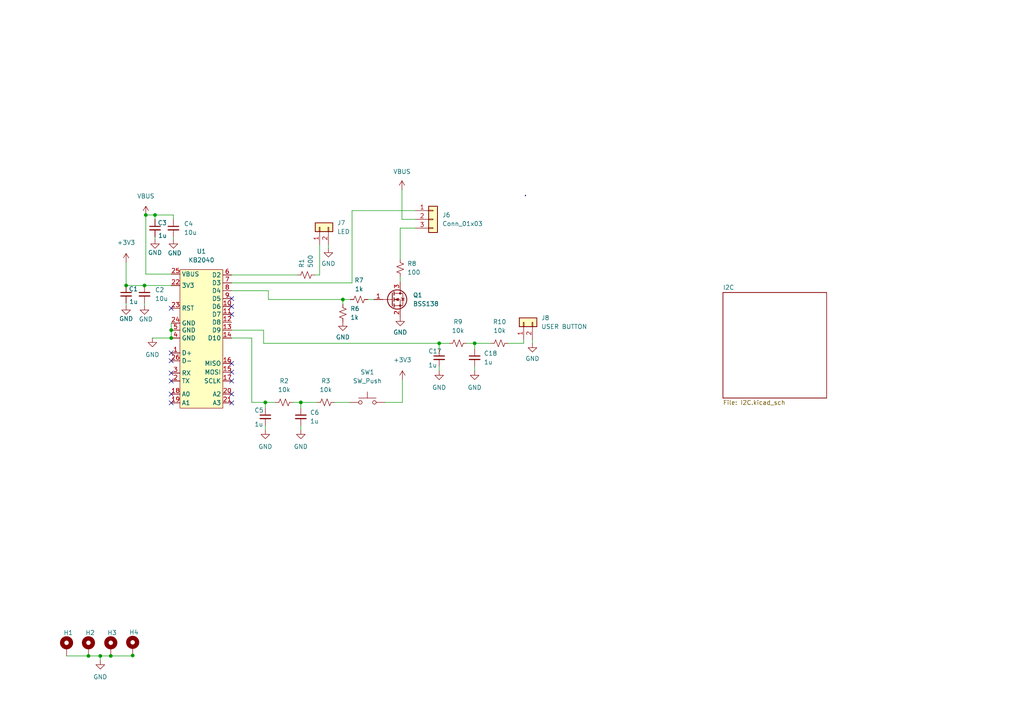
<source format=kicad_sch>
(kicad_sch (version 20211123) (generator eeschema)
  (paper "A4")
  (lib_symbols
    (symbol "Connector_Generic:Conn_01x02" (pin_names (offset 1.016) hide)
      (property "Reference" "J" (at 0 2.54 0))
      (property "Value" "Conn_01x02" (at 0 -5.08 0))
      (symbol "Conn_01x02_1_1"
        (rectangle (start -1.27 -2.413) (end 0 -2.667) (stroke (width 0.1524)))
        (rectangle (start -1.27 0.127) (end 0 -0.127) (stroke (width 0.1524)))
        (rectangle (start -1.27 1.27) (end 1.27 -3.81) (stroke (width 0.254)) (fill (type background)))
        (pin passive line (at -5.08 0 0) (length 3.81) (name "Pin_1") (number "1"))
        (pin passive line (at -5.08 -2.54 0) (length 3.81) (name "Pin_2") (number "2"))
      )
    )
    (symbol "Connector_Generic:Conn_01x03" (pin_names (offset 1.016) hide)
      (property "Reference" "J" (at 0 5.08 0))
      (property "Value" "Conn_01x03" (at 0 -5.08 0))
      (symbol "Conn_01x03_1_1"
        (rectangle (start -1.27 -2.413) (end 0 -2.667) (stroke (width 0.1524)))
        (rectangle (start -1.27 0.127) (end 0 -0.127) (stroke (width 0.1524)))
        (rectangle (start -1.27 2.667) (end 0 2.413) (stroke (width 0.1524)))
        (rectangle (start -1.27 3.81) (end 1.27 -3.81) (stroke (width 0.254)) (fill (type background)))
        (pin passive line (at -5.08 2.54 0) (length 3.81) (name "Pin_1") (number "1"))
        (pin passive line (at -5.08 0 0) (length 3.81) (name "Pin_2") (number "2"))
        (pin passive line (at -5.08 -2.54 0) (length 3.81) (name "Pin_3") (number "3"))
      )
    )
    (symbol "Device:C_Small" (pin_numbers hide) (pin_names (offset 0.254) hide)
      (property "Reference" "C" (at 0.254 1.778 0))
      (property "Value" "C_Small" (at 0.254 -2.032 0))
      (symbol "C_Small_0_1"
        (polyline (pts (xy -1.524 -0.508) (xy 1.524 -0.508)) (stroke (width 0.3302)))
        (polyline (pts (xy -1.524 0.508) (xy 1.524 0.508)) (stroke (width 0.3048)))
      )
      (symbol "C_Small_1_1"
        (pin passive line (at 0 2.54 270) (length 2.032) (name "~") (number "1"))
        (pin passive line (at 0 -2.54 90) (length 2.032) (name "~") (number "2"))
      )
    )
    (symbol "Device:R_Small_US" (pin_numbers hide) (pin_names (offset 0.254) hide)
      (property "Reference" "R" (at 0.762 0.508 0))
      (property "Value" "R_Small_US" (at 0.762 -1.016 0))
      (symbol "R_Small_US_1_1"
        (polyline (pts (xy 0 0) (xy 1.016 -0.381) (xy 0 -0.762) (xy -1.016 -1.143) (xy 0 -1.524)))
        (polyline (pts (xy 0 1.524) (xy 1.016 1.143) (xy 0 0.762) (xy -1.016 0.381) (xy 0 0)))
        (pin passive line (at 0 2.54 270) (length 1.016) (name "~") (number "1"))
        (pin passive line (at 0 -2.54 90) (length 1.016) (name "~") (number "2"))
      )
    )
    (symbol "KB2040:KB2040"
      (property "Reference" "U" (at -1.016 21.082 0))
      (property "Value" "KB2040" (at -0.254 23.368 0))
      (symbol "KB2040_0_1"
        (rectangle (start -6.35 19.812) (end 6.096 -20.32) (fill (type background)))
      )
      (symbol "KB2040_1_1"
        (pin bidirectional line (at -8.89 -4.318 0) (length 2.54) (name "D+") (number "1"))
        (pin bidirectional line (at 8.636 9.144 180) (length 2.54) (name "D6") (number "10"))
        (pin bidirectional line (at 8.636 6.858 180) (length 2.54) (name "D7") (number "11"))
        (pin bidirectional line (at 8.636 4.572 180) (length 2.54) (name "D8") (number "12"))
        (pin bidirectional line (at 8.636 2.286 180) (length 2.54) (name "D9") (number "13"))
        (pin bidirectional line (at 8.636 0 180) (length 2.54) (name "D10") (number "14"))
        (pin output line (at 8.636 -9.906 180) (length 2.54) (name "MOSI") (number "15"))
        (pin input line (at 8.636 -7.366 180) (length 2.54) (name "MISO") (number "16"))
        (pin output line (at 8.636 -12.446 180) (length 2.54) (name "SCLK") (number "17"))
        (pin input line (at -8.89 -16.256 0) (length 2.54) (name "A0") (number "18"))
        (pin input line (at -8.89 -18.796 0) (length 2.54) (name "A1") (number "19"))
        (pin output line (at -8.89 -12.446 0) (length 2.54) (name "TX") (number "2"))
        (pin input line (at 8.636 -16.256 180) (length 2.54) (name "A2") (number "20"))
        (pin input line (at 8.636 -18.796 180) (length 2.54) (name "A3") (number "21"))
        (pin output line (at -8.89 15.24 0) (length 2.54) (name "3V3") (number "22"))
        (pin output line (at -8.89 8.636 0) (length 2.54) (name "RST") (number "23"))
        (pin input line (at -8.89 4.318 0) (length 2.54) (name "GND") (number "24"))
        (pin output line (at -8.89 18.542 0) (length 2.54) (name "VBUS") (number "25"))
        (pin bidirectional line (at -8.89 -6.604 0) (length 2.54) (name "D-") (number "26"))
        (pin input line (at -8.89 -10.16 0) (length 2.54) (name "RX") (number "3"))
        (pin input line (at -8.89 0 0) (length 2.54) (name "GND") (number "4"))
        (pin input line (at -8.89 2.286 0) (length 2.54) (name "GND") (number "5"))
        (pin bidirectional line (at 8.636 18.288 180) (length 2.54) (name "D2") (number "6"))
        (pin bidirectional line (at 8.636 16.002 180) (length 2.54) (name "D3") (number "7"))
        (pin bidirectional line (at 8.636 13.716 180) (length 2.54) (name "D4") (number "8"))
        (pin bidirectional line (at 8.636 11.43 180) (length 2.54) (name "D5") (number "9"))
      )
    )
    (symbol "Mechanical:MountingHole_Pad" (pin_numbers hide) (pin_names (offset 1.016) hide)
      (property "Reference" "H" (at 0 6.35 0))
      (property "Value" "MountingHole_Pad" (at 0 4.445 0))
      (symbol "MountingHole_Pad_0_1"
        (circle (center 0 1.27) (radius 1.27) (stroke (width 1.27)))
      )
      (symbol "MountingHole_Pad_1_1"
        (pin input line (at 0 -2.54 90) (length 2.54) (name "1") (number "1"))
      )
    )
    (symbol "Switch:SW_Push" (pin_numbers hide) (pin_names (offset 1.016) hide)
      (property "Reference" "SW" (at 1.27 2.54 0))
      (property "Value" "SW_Push" (at 0 -1.524 0))
      (symbol "SW_Push_0_1"
        (circle (center -2.032 0) (radius 0.508))
        (polyline (pts (xy 0 1.27) (xy 0 3.048)))
        (polyline (pts (xy 2.54 1.27) (xy -2.54 1.27)))
        (circle (center 2.032 0) (radius 0.508))
        (pin passive line (at -5.08 0 0) (length 2.54) (name "1") (number "1"))
        (pin passive line (at 5.08 0 180) (length 2.54) (name "2") (number "2"))
      )
    )
    (symbol "Transistor_FET:BSS138" (pin_names hide)
      (property "Reference" "Q" (at 5.08 1.905 0))
      (property "Value" "BSS138" (at 5.08 0 0))
      (symbol "BSS138_0_1"
        (polyline (pts (xy 0.254 0) (xy -2.54 0)))
        (polyline (pts (xy 0.254 1.905) (xy 0.254 -1.905)) (stroke (width 0.254)))
        (polyline (pts (xy 0.762 -1.27) (xy 0.762 -2.286)) (stroke (width 0.254)))
        (polyline (pts (xy 0.762 0.508) (xy 0.762 -0.508)) (stroke (width 0.254)))
        (polyline (pts (xy 0.762 2.286) (xy 0.762 1.27)) (stroke (width 0.254)))
        (polyline (pts (xy 2.54 2.54) (xy 2.54 1.778)))
        (polyline (pts (xy 2.54 -2.54) (xy 2.54 0) (xy 0.762 0)))
        (polyline (pts (xy 0.762 -1.778) (xy 3.302 -1.778) (xy 3.302 1.778) (xy 0.762 1.778)))
        (polyline (pts (xy 1.016 0) (xy 2.032 0.381) (xy 2.032 -0.381) (xy 1.016 0)) (fill (type outline)))
        (polyline (pts (xy 2.794 0.508) (xy 2.921 0.381) (xy 3.683 0.381) (xy 3.81 0.254)))
        (polyline (pts (xy 3.302 0.381) (xy 2.921 -0.254) (xy 3.683 -0.254) (xy 3.302 0.381)))
        (circle (center 1.651 0) (radius 2.794) (stroke (width 0.254)))
        (circle (center 2.54 -1.778) (radius 0.254) (fill (type outline)))
        (circle (center 2.54 1.778) (radius 0.254) (fill (type outline)))
      )
      (symbol "BSS138_1_1"
        (pin input line (at -5.08 0 0) (length 2.54) (name "G") (number "1"))
        (pin passive line (at 2.54 -5.08 90) (length 2.54) (name "S") (number "2"))
        (pin passive line (at 2.54 5.08 270) (length 2.54) (name "D") (number "3"))
      )
    )
    (symbol "power:+3V3" (power) (pin_names (offset 0))
      (property "Value" "+3V3" (at 0 3.556 0))
      (symbol "+3V3_0_1"
        (polyline (pts (xy -0.762 1.27) (xy 0 2.54)))
        (polyline (pts (xy 0 0) (xy 0 2.54)))
        (polyline (pts (xy 0 2.54) (xy 0.762 1.27)))
      )
      (symbol "+3V3_1_1"
        (pin power_in line (at 0 0 90) (length 0) hide (name "+3V3") (number "1"))
      )
    )
    (symbol "power:GND" (power) (pin_names (offset 0))
      (property "Value" "GND" (at 0 -3.81 0))
      (symbol "GND_0_1"
        (polyline (pts (xy 0 0) (xy 0 -1.27) (xy 1.27 -1.27) (xy 0 -2.54) (xy -1.27 -1.27) (xy 0 -1.27)))
      )
      (symbol "GND_1_1"
        (pin power_in line (at 0 0 270) (length 0) hide (name "GND") (number "1"))
      )
    )
    (symbol "power:VBUS" (power) (pin_names (offset 0))
      (property "Value" "VBUS" (at 0 3.81 0))
      (symbol "VBUS_0_1"
        (polyline (pts (xy -0.762 1.27) (xy 0 2.54)))
        (polyline (pts (xy 0 0) (xy 0 2.54)))
        (polyline (pts (xy 0 2.54) (xy 0.762 1.27)))
      )
      (symbol "VBUS_1_1"
        (pin power_in line (at 0 0 90) (length 0) hide (name "VBUS") (number "1"))
      )
    )
  )
  (bus_alias "I2C" (members "SDA" "SCL"))
  (junction (at 41.91 82.804))
  (junction (at 32.131 190.246))
  (junction (at 76.962 116.713))
  (junction (at 38.481 190.119))
  (junction (at 49.657 95.758))
  (junction (at 87.249 116.713))
  (junction (at 49.657 98.044))
  (junction (at 42.291 62.357))
  (junction (at 36.576 82.804))
  (junction (at 137.668 99.568))
  (junction (at 25.654 190.246))
  (junction (at 44.958 62.357))
  (junction (at 29.083 190.246))
  (junction (at 99.441 86.868))
  (junction (at 127.381 99.568))
  (no_connect (at 67.183 86.614))
  (no_connect (at 67.183 91.186))
  (no_connect (at 49.657 102.362))
  (no_connect (at 67.183 88.9))
  (no_connect (at 49.657 110.49))
  (no_connect (at 49.657 116.84))
  (no_connect (at 49.657 108.204))
  (no_connect (at 67.183 110.49))
  (no_connect (at 49.657 89.408))
  (no_connect (at 67.183 107.95))
  (no_connect (at 67.183 105.41))
  (no_connect (at 49.657 114.3))
  (no_connect (at 67.183 114.3))
  (no_connect (at 49.657 104.648))
  (no_connect (at 67.183 116.84))
  (wire (pts (xy 116.078 80.264) (xy 116.078 81.788)))
  (bus (pts (xy 152.4 56.769) (xy 152.4 56.642)))
  (wire (pts (xy 91.313 79.756) (xy 92.71 79.756)))
  (wire (pts (xy 76.454 99.568) (xy 127.381 99.568)))
  (wire (pts (xy 116.713 110.109) (xy 116.713 116.713)))
  (wire (pts (xy 67.183 79.756) (xy 86.233 79.756)))
  (wire (pts (xy 67.183 82.042) (xy 102.108 82.042)))
  (wire (pts (xy 44.958 63.627) (xy 44.958 62.357)))
  (wire (pts (xy 76.962 123.444) (xy 76.962 124.714)))
  (wire (pts (xy 41.91 88.646) (xy 41.91 87.884)))
  (wire (pts (xy 49.657 82.804) (xy 41.91 82.804)))
  (wire (pts (xy 84.963 116.713) (xy 87.249 116.713)))
  (wire (pts (xy 120.523 61.087) (xy 102.108 61.087)))
  (wire (pts (xy 29.083 190.246) (xy 29.083 191.516)))
  (wire (pts (xy 49.657 79.502) (xy 42.291 79.502)))
  (wire (pts (xy 95.25 70.993) (xy 95.25 72.009)))
  (wire (pts (xy 97.028 116.713) (xy 101.473 116.713)))
  (wire (pts (xy 135.382 99.568) (xy 137.668 99.568)))
  (wire (pts (xy 151.892 98.552) (xy 151.892 99.568)))
  (wire (pts (xy 116.586 54.991) (xy 116.586 63.627)))
  (wire (pts (xy 137.668 99.568) (xy 142.367 99.568)))
  (wire (pts (xy 77.851 84.328) (xy 77.851 86.868)))
  (wire (pts (xy 137.668 99.568) (xy 137.668 101.219)))
  (wire (pts (xy 106.68 86.868) (xy 108.458 86.868)))
  (wire (pts (xy 36.576 76.073) (xy 36.576 82.804)))
  (wire (pts (xy 67.183 98.044) (xy 73.025 98.044)))
  (wire (pts (xy 92.71 70.993) (xy 92.71 79.756)))
  (wire (pts (xy 67.183 84.328) (xy 77.851 84.328)))
  (wire (pts (xy 32.131 190.246) (xy 38.481 190.246)))
  (wire (pts (xy 41.91 82.804) (xy 36.576 82.804)))
  (wire (pts (xy 19.304 190.246) (xy 25.654 190.246)))
  (wire (pts (xy 147.447 99.568) (xy 151.892 99.568)))
  (wire (pts (xy 73.025 98.044) (xy 73.025 116.713)))
  (wire (pts (xy 87.249 123.444) (xy 87.249 124.714)))
  (wire (pts (xy 73.025 116.713) (xy 76.962 116.713)))
  (wire (pts (xy 44.958 62.357) (xy 42.291 62.357)))
  (wire (pts (xy 49.657 95.758) (xy 49.657 98.044)))
  (wire (pts (xy 50.292 69.469) (xy 50.292 68.707)))
  (wire (pts (xy 99.441 88.265) (xy 99.441 86.868)))
  (wire (pts (xy 127.381 99.568) (xy 127.381 101.219)))
  (wire (pts (xy 38.481 190.246) (xy 38.481 190.119)))
  (wire (pts (xy 49.657 93.726) (xy 49.657 95.758)))
  (wire (pts (xy 76.962 116.713) (xy 79.883 116.713)))
  (wire (pts (xy 76.962 116.713) (xy 76.962 118.364)))
  (wire (pts (xy 77.851 86.868) (xy 99.441 86.868)))
  (wire (pts (xy 29.083 190.246) (xy 32.131 190.246)))
  (wire (pts (xy 50.292 62.357) (xy 44.958 62.357)))
  (wire (pts (xy 154.432 98.552) (xy 154.432 99.568)))
  (wire (pts (xy 42.291 62.357) (xy 42.291 79.502)))
  (wire (pts (xy 44.196 98.044) (xy 49.657 98.044)))
  (wire (pts (xy 111.633 116.713) (xy 116.713 116.713)))
  (wire (pts (xy 127.381 106.299) (xy 127.381 107.569)))
  (wire (pts (xy 120.523 63.627) (xy 116.586 63.627)))
  (wire (pts (xy 25.654 190.246) (xy 29.083 190.246)))
  (wire (pts (xy 99.441 86.868) (xy 101.6 86.868)))
  (wire (pts (xy 44.958 69.469) (xy 44.958 68.707)))
  (wire (pts (xy 116.078 66.167) (xy 120.523 66.167)))
  (wire (pts (xy 127.381 99.568) (xy 130.302 99.568)))
  (wire (pts (xy 116.078 66.167) (xy 116.078 75.184)))
  (wire (pts (xy 137.668 106.299) (xy 137.668 107.569)))
  (wire (pts (xy 87.249 116.713) (xy 87.249 118.364)))
  (wire (pts (xy 76.454 95.758) (xy 76.454 99.568)))
  (wire (pts (xy 36.576 88.646) (xy 36.576 87.884)))
  (wire (pts (xy 102.108 61.087) (xy 102.108 82.042)))
  (wire (pts (xy 50.292 63.627) (xy 50.292 62.357)))
  (wire (pts (xy 87.249 116.713) (xy 91.948 116.713)))
  (wire (pts (xy 67.183 95.758) (xy 76.454 95.758)))
  (symbol (lib_id "Device:R_Small_US") (at 116.078 77.724 180) (unit 1)
    (property "Reference" "R8" (at 118.11 76.4539 0) (effects (justify right)))
    (property "Value" "100" (at 118.11 78.9939 0) (effects (justify right)))
    (property "Footprint" "Resistor_SMD:R_0805_2012Metric" (effects hide))
  )
  (symbol (lib_id "power:VBUS") (at 42.291 62.357 0) (unit 1)
    (property "Reference" "#PWR04" (effects hide))
    (property "Value" "VBUS" (at 42.291 56.896 0))
  )
  (symbol (lib_id "power:VBUS") (at 116.586 54.991 0) (unit 1)
    (property "Reference" "#PWR041" (effects hide))
    (property "Value" "VBUS" (at 116.586 49.784 0))
  )
  (symbol (lib_id "power:GND") (at 137.668 107.569 0) (unit 1)
    (property "Reference" "#PWR043" (effects hide))
    (property "Value" "GND" (at 137.668 112.395 0))
  )
  (symbol (lib_id "Device:C_Small") (at 87.249 120.904 0) (unit 1)
    (property "Reference" "C6" (at 89.916 119.6402 0) (effects (justify left)))
    (property "Value" "1u" (at 89.916 122.1802 0) (effects (justify left)))
    (property "Footprint" "Capacitor_SMD:C_0805_2012Metric" (effects hide))
  )
  (symbol (lib_id "power:GND") (at 99.441 93.345 0) (unit 1)
    (property "Reference" "#PWR039" (effects hide))
    (property "Value" "GND" (at 99.441 97.79 0))
  )
  (symbol (lib_id "power:GND") (at 87.249 124.714 0) (unit 1)
    (property "Reference" "#PWR010" (effects hide))
    (property "Value" "GND" (at 87.249 129.54 0))
  )
  (symbol (lib_id "Device:R_Small_US") (at 144.907 99.568 90) (unit 1)
    (property "Reference" "R10" (at 144.907 93.345 90))
    (property "Value" "10k" (at 144.907 95.885 90))
    (property "Footprint" "Resistor_SMD:R_0805_2012Metric" (effects hide))
  )
  (symbol (lib_id "power:GND") (at 50.292 69.469 0) (unit 1)
    (property "Reference" "#PWR07" (effects hide))
    (property "Value" "GND" (at 50.673 73.406 0))
  )
  (symbol (lib_id "power:GND") (at 41.91 88.646 0) (unit 1)
    (property "Reference" "#PWR03" (effects hide))
    (property "Value" "GND" (at 42.291 92.583 0))
  )
  (symbol (lib_id "power:+3V3") (at 36.576 76.073 0) (unit 1)
    (property "Reference" "#PWR01" (effects hide))
    (property "Value" "+3V3" (at 36.576 70.358 0))
  )
  (symbol (lib_id "Device:C_Small") (at 76.962 120.904 0) (unit 1)
    (property "Reference" "C5" (at 73.787 118.999 0) (effects (justify left)))
    (property "Value" "1u" (at 73.787 123.063 0) (effects (justify left)))
    (property "Footprint" "Capacitor_SMD:C_0805_2012Metric" (effects hide))
  )
  (symbol (lib_id "power:GND") (at 44.196 98.044 0) (unit 1)
    (property "Reference" "#PWR05" (effects hide))
    (property "Value" "GND" (at 44.196 102.87 0))
  )
  (symbol (lib_id "power:GND") (at 127.381 107.569 0) (unit 1)
    (property "Reference" "#PWR042" (effects hide))
    (property "Value" "GND" (at 127.381 112.395 0))
  )
  (symbol (lib_id "power:GND") (at 44.958 69.469 0) (unit 1)
    (property "Reference" "#PWR06" (effects hide))
    (property "Value" "GND" (at 44.958 73.279 0))
  )
  (symbol (lib_id "power:GND") (at 29.083 191.516 0) (unit 1)
    (property "Reference" "#PWR0101" (effects hide))
    (property "Value" "GND" (at 29.083 196.342 0))
  )
  (symbol (lib_id "Connector_Generic:Conn_01x03") (at 125.603 63.627 0) (unit 1)
    (property "Reference" "J6" (at 128.27 62.3569 0) (effects (justify left)))
    (property "Value" "Conn_01x03" (at 128.27 64.8969 0) (effects (justify left)))
    (property "Footprint" "Connector_PinHeader_2.54mm:PinHeader_1x03_P2.54mm_Vertical" (effects hide))
  )
  (symbol (lib_id "power:GND") (at 154.432 99.568 0) (unit 1)
    (property "Reference" "#PWR044" (effects hide))
    (property "Value" "GND" (at 154.432 104.013 0))
  )
  (symbol (lib_id "power:GND") (at 36.576 88.646 0) (unit 1)
    (property "Reference" "#PWR02" (effects hide))
    (property "Value" "GND" (at 36.576 92.456 0))
  )
  (symbol (lib_id "Mechanical:MountingHole_Pad") (at 38.481 187.579 0) (unit 1)
    (property "Reference" "H4" (at 37.465 183.388 0) (effects (justify left)))
    (property "Value" "MountingHole_Pad" (effects hide))
    (property "Footprint" "MountingHole:MountingHole_3.2mm_M3_DIN965_Pad" (effects hide))
  )
  (symbol (lib_id "Connector_Generic:Conn_01x02") (at 151.892 93.472 90) (unit 1)
    (property "Reference" "J8" (at 156.972 92.2019 90) (effects (justify right)))
    (property "Value" "USER BUTTON" (at 156.972 94.7419 90) (effects (justify right)))
    (property "Footprint" "Connector_PinSocket_2.54mm:PinSocket_1x02_P2.54mm_Vertical" (effects hide))
  )
  (symbol (lib_id "Connector_Generic:Conn_01x02") (at 92.71 65.913 90) (unit 1)
    (property "Reference" "J7" (at 97.79 64.6429 90) (effects (justify right)))
    (property "Value" "LED" (at 97.79 67.1829 90) (effects (justify right)))
    (property "Footprint" "Connector_PinSocket_2.54mm:PinSocket_1x02_P2.54mm_Vertical" (effects hide))
  )
  (symbol (lib_id "Mechanical:MountingHole_Pad") (at 25.654 187.706 0) (unit 1)
    (property "Reference" "H2" (at 24.765 183.515 0) (effects (justify left)))
    (property "Value" "MountingHole_Pad" (effects hide))
    (property "Footprint" "MountingHole:MountingHole_3.2mm_M3_DIN965_Pad" (effects hide))
  )
  (symbol (lib_id "Device:C_Small") (at 36.576 85.344 0) (unit 1)
    (property "Reference" "C1" (at 37.338 83.82 0) (effects (justify left)))
    (property "Value" "1u" (at 37.465 87.503 0) (effects (justify left)))
    (property "Footprint" "Capacitor_SMD:C_0805_2012Metric" (effects hide))
  )
  (symbol (lib_id "power:GND") (at 116.078 91.948 0) (unit 1)
    (property "Reference" "#PWR040" (effects hide))
    (property "Value" "GND" (at 116.078 96.393 0))
  )
  (symbol (lib_id "Mechanical:MountingHole_Pad") (at 32.131 187.706 0) (unit 1)
    (property "Reference" "H3" (at 31.115 183.515 0) (effects (justify left)))
    (property "Value" "MountingHole_Pad" (effects hide))
    (property "Footprint" "MountingHole:MountingHole_3.2mm_M3_DIN965_Pad" (effects hide))
  )
  (symbol (lib_id "power:GND") (at 76.962 124.714 0) (unit 1)
    (property "Reference" "#PWR09" (effects hide))
    (property "Value" "GND" (at 76.962 129.54 0))
  )
  (symbol (lib_id "power:+3V3") (at 116.713 110.109 0) (unit 1)
    (property "Reference" "#PWR011" (effects hide))
    (property "Value" "+3V3" (at 116.713 104.394 0))
  )
  (symbol (lib_id "Device:R_Small_US") (at 88.773 79.756 90) (unit 1)
    (property "Reference" "R1" (at 87.5029 77.724 0) (effects (justify left)))
    (property "Value" "500" (at 90.0429 77.724 0) (effects (justify left)))
    (property "Footprint" "Resistor_SMD:R_0805_2012Metric" (effects hide))
  )
  (symbol (lib_id "Device:R_Small_US") (at 104.14 86.868 90) (unit 1)
    (property "Reference" "R7" (at 104.14 81.28 90))
    (property "Value" "1k" (at 104.14 83.82 90))
    (property "Footprint" "Resistor_SMD:R_0805_2012Metric" (effects hide))
  )
  (symbol (lib_id "Device:R_Small_US") (at 82.423 116.713 90) (unit 1)
    (property "Reference" "R2" (at 82.423 110.49 90))
    (property "Value" "10k" (at 82.423 113.03 90))
    (property "Footprint" "Resistor_SMD:R_0805_2012Metric" (effects hide))
  )
  (symbol (lib_id "Switch:SW_Push") (at 106.553 116.713 0) (unit 1)
    (property "Reference" "SW1" (at 106.553 107.95 0))
    (property "Value" "SW_Push" (at 106.553 110.49 0))
    (property "Footprint" "Button_Switch_THT:SW_PUSH-12mm" (effects hide))
  )
  (symbol (lib_id "KB2040:KB2040") (at 58.547 98.044 0) (unit 1)
    (property "Reference" "U1" (at 58.42 72.898 0))
    (property "Value" "KB2040" (at 58.42 75.438 0))
    (property "Footprint" "KB2040:RPi_KB2040_SMD_TH" (effects hide))
  )
  (symbol (lib_id "Device:C_Small") (at 127.381 103.759 0) (unit 1)
    (property "Reference" "C17" (at 124.206 101.854 0) (effects (justify left)))
    (property "Value" "1u" (at 124.206 105.918 0) (effects (justify left)))
    (property "Footprint" "Capacitor_SMD:C_0805_2012Metric" (effects hide))
  )
  (symbol (lib_id "Device:R_Small_US") (at 94.488 116.713 90) (unit 1)
    (property "Reference" "R3" (at 94.488 110.49 90))
    (property "Value" "10k" (at 94.488 113.03 90))
    (property "Footprint" "Resistor_SMD:R_0805_2012Metric" (effects hide))
  )
  (symbol (lib_id "Device:R_Small_US") (at 99.441 90.805 180) (unit 1)
    (property "Reference" "R6" (at 101.6 89.5349 0) (effects (justify right)))
    (property "Value" "1k" (at 101.6 92.0749 0) (effects (justify right)))
    (property "Footprint" "Resistor_SMD:R_0805_2012Metric" (effects hide))
  )
  (symbol (lib_id "Device:C_Small") (at 50.292 66.167 0) (unit 1)
    (property "Reference" "C4" (at 53.34 64.9032 0) (effects (justify left)))
    (property "Value" "10u" (at 53.34 67.4432 0) (effects (justify left)))
    (property "Footprint" "Capacitor_SMD:C_0805_2012Metric" (effects hide))
  )
  (symbol (lib_id "Device:C_Small") (at 41.91 85.344 0) (unit 1)
    (property "Reference" "C2" (at 44.958 84.0802 0) (effects (justify left)))
    (property "Value" "10u" (at 44.958 86.6202 0) (effects (justify left)))
    (property "Footprint" "Capacitor_SMD:C_0805_2012Metric" (effects hide))
  )
  (symbol (lib_id "Transistor_FET:BSS138") (at 113.538 86.868 0) (unit 1)
    (property "Reference" "Q1" (at 119.761 85.5979 0) (effects (justify left)))
    (property "Value" "BSS138" (at 119.761 88.1379 0) (effects (justify left)))
    (property "Footprint" "Package_TO_SOT_SMD:SOT-23" (effects hide))
    (property "Datasheet" "https://www.onsemi.com/pub/Collateral/BSS138-D.PDF" (effects hide))
  )
  (symbol (lib_id "Mechanical:MountingHole_Pad") (at 19.304 187.706 0) (unit 1)
    (property "Reference" "H1" (at 18.415 183.515 0) (effects (justify left)))
    (property "Value" "MountingHole_Pad" (effects hide))
    (property "Footprint" "MountingHole:MountingHole_3.2mm_M3_DIN965_Pad" (effects hide))
  )
  (symbol (lib_id "power:GND") (at 95.25 72.009 0) (unit 1)
    (property "Reference" "#PWR08" (effects hide))
    (property "Value" "GND" (at 95.25 76.454 0))
  )
  (symbol (lib_id "Device:C_Small") (at 137.668 103.759 0) (unit 1)
    (property "Reference" "C18" (at 140.335 102.4952 0) (effects (justify left)))
    (property "Value" "1u" (at 140.335 105.0352 0) (effects (justify left)))
    (property "Footprint" "Capacitor_SMD:C_0805_2012Metric" (effects hide))
  )
  (symbol (lib_id "Device:C_Small") (at 44.958 66.167 0) (unit 1)
    (property "Reference" "C3" (at 45.72 64.643 0) (effects (justify left)))
    (property "Value" "1u" (at 45.847 68.326 0) (effects (justify left)))
    (property "Footprint" "Capacitor_SMD:C_0805_2012Metric" (effects hide))
  )
  (symbol (lib_id "Device:R_Small_US") (at 132.842 99.568 90) (unit 1)
    (property "Reference" "R9" (at 132.842 93.345 90))
    (property "Value" "10k" (at 132.842 95.885 90))
    (property "Footprint" "Resistor_SMD:R_0805_2012Metric" (effects hide))
  )
  (sheet (at 209.677 84.836) (size 30.099 30.607) (stroke (width 0.1524))
    (property "Sheet name" "I2C" (at 209.677 84.1244 0) (effects (justify left bottom)))
    (property "Sheet file" "I2C.kicad_sch" (at 209.677 116.0276 0) (effects (justify left top)))
  )
)
</source>
